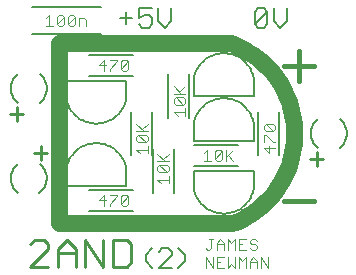
<source format=gto>
G04 Output by ViewMate Deluxe V11.0.9  PentaLogix LLC*
G04 Sun May 11 19:10:48 2014*
%FSLAX33Y33*%
%MOMM*%
%IPPOS*%
%ADD15C,0.0762*%
%ADD16C,0.127*%
%ADD105C,1.397*%
%ADD106C,0.254*%
%ADD107C,0.4064*%
%ADD108C,0.1524*%
%ADD109C,0.1016*%

%LPD*%
X0Y0D2*D15*G1X27308Y13353D2*X27935Y13353D1*X28092Y13195*X28092Y12883*X27935Y12725*X27308Y13353*X27153Y13195*X27153Y12883*X27308Y12725*X27935Y12725*X27153Y11323D2*X28092Y11323D1*X27153Y11791D2*X27153Y12418D1*X27308Y12418*X27935Y11791*X28092Y11791*X27622Y11481D2*X27622Y10853D1*X27153Y11323*X24087Y10688D2*X24559Y10218D1*X23932Y10533D2*X24559Y11161D1*X23932Y11161D2*X23932Y10218D1*X23622Y11003D2*X23467Y11161D1*X23152Y11161*X22995Y11003*X22995Y10376D2*X23152Y10218D1*X23467Y10218*X23622Y10376*X23622Y11003*X22995Y10376*X22995Y11003*X22060Y10846D2*X22372Y11161D1*X22372Y10218*X22060Y10218D2*X22687Y10218D1*X14732Y7193D2*X14732Y7351D1*X14105Y7351*X13797Y6878D2*X13170Y6878D1*X13640Y7351*X13640Y6408*X14105Y6408D2*X14105Y6566D1*X14732Y7193*X15042Y6566D2*X15042Y7193D1*X15197Y7351*X15512Y7351*X15669Y7193*X15042Y6566*X15197Y6408*X15512Y6408*X15669Y6566*X15669Y7193*X18448Y8301D2*X18136Y8616D1*X19075Y8616*X19075Y8928D2*X19075Y8301D1*X18918Y9238D2*X18291Y9238D1*X18136Y9393*X18136Y9708*X18291Y9865*X18918Y9865*X19075Y9708*X19075Y9393*X18918Y9238*X18291Y9865*X19075Y10173D2*X18136Y10173D1*X18606Y10330D2*X19075Y10800D1*X18136Y10800D2*X18763Y10173D1*X16670Y10853D2*X16358Y11168D1*X17297Y11168*X17297Y11481D2*X17297Y10853D1*X17140Y11791D2*X16513Y11791D1*X16358Y11946*X16358Y12261*X16513Y12418*X17140Y12418D2*X17297Y12261D1*X17297Y11946*X17140Y11791*X16513Y12418*X17140Y12418*X16358Y12725D2*X17297Y12725D1*X16985Y12725D2*X16358Y13353D1*X17297Y13353D2*X16828Y12883D1*X19845Y14028D2*X19533Y14343D1*X20472Y14343*X20472Y14656D2*X20472Y14028D1*X20315Y14966D2*X19688Y14966D1*X19533Y15121*X19533Y15436*X19688Y15593*X20315Y15593*X20472Y15436*X20472Y15121*X20315Y14966*X19688Y15593*X20472Y15900D2*X19533Y15900D1*X20002Y16058D2*X20472Y16528D1*X19533Y16528D2*X20160Y15900D1*X15669Y18623D2*X15512Y18781D1*X15197Y18781*X15042Y18623*X15042Y17996*X15197Y17838*X15512Y17838*X15669Y17996*X15669Y18623*X15042Y17996*X13797Y18308D2*X13170Y18308D1*X14105Y18781D2*X14732Y18781D1*X14732Y18623*X14105Y17996*X14105Y17838*X13640Y17838D2*X13640Y18781D1*X13170Y18308*D16*X21209Y7831D2*X21245Y7676D1*X21290Y7526*X21344Y7376*X21407Y7231*X21478Y7092*X21560Y6955*X21648Y6822*X21745Y6698*X21847Y6579*X21958Y6467*X22075Y6360*X22200Y6261*X22329Y6172*X22464Y6088*X22603Y6015*X22748Y5949*X22896Y5893*X23045Y5845*X23200Y5806*X23355Y5778*X23513Y5758*X23670Y5748*X23828Y5748*X23985Y5758*X24143Y5778*X24298Y5806*X24453Y5845*X24602Y5893*X24750Y5949*X24895Y6015*X25034Y6088*X25169Y6172*X25298Y6261*X25423Y6360*X25540Y6467*X25651Y6579*X25753Y6698*X25850Y6822*X25938Y6955*X26020Y7092*X26091Y7231*X26154Y7376*X26208Y7526*X26253Y7676*X26289Y7831*X26289Y9355*X21209Y9355*X21209Y7831*X15494Y9609D2*X15458Y9764D1*X15413Y9914*X15359Y10063*X15296Y10208*X15225Y10348*X15143Y10485*X15055Y10617*X14958Y10742*X14856Y10861*X14745Y10973*X14628Y11079*X14503Y11179*X14374Y11267*X14239Y11351*X14100Y11425*X13955Y11491*X13807Y11547*X13658Y11595*X13503Y11633*X13348Y11661*X13190Y11681*X13033Y11692*X12875Y11692*X12718Y11681*X12560Y11661*X12405Y11633*X12250Y11595*X12101Y11547*X11953Y11491*X11808Y11425*X11669Y11351*X11534Y11267*X11405Y11179*X11280Y11079*X11163Y10973*X11052Y10861*X10950Y10742*X10853Y10617*X10765Y10485*X10683Y10348*X10612Y10208*X10549Y10063*X10495Y9914*X10450Y9764*X10414Y9609*X10414Y8085*X15494Y8085*X15494Y9609*X15494Y15451D2*X15458Y15296D1*X15413Y15146*X15359Y14996*X15296Y14851*X15225Y14712*X15143Y14575*X15055Y14442*X14958Y14318*X14856Y14199*X14745Y14087*X14628Y13980*X14503Y13881*X14374Y13792*X14239Y13708*X14100Y13635*X13955Y13569*X13807Y13513*X13658Y13465*X13503Y13426*X13348Y13398*X13190Y13378*X13033Y13368*X12875Y13368*X12718Y13378*X12560Y13398*X12405Y13426*X12250Y13465*X12101Y13513*X11953Y13569*X11808Y13635*X11669Y13708*X11534Y13792*X11405Y13881*X11280Y13980*X11163Y14087*X11052Y14199*X10950Y14318*X10853Y14442*X10765Y14575*X10683Y14712*X10612Y14851*X10549Y14996*X10495Y15146*X10450Y15296*X10414Y15451*X10414Y16975*X15494Y16975*X15494Y15451*X26289Y17229D2*X26253Y17384D1*X26208Y17534*X26154Y17683*X26091Y17828*X26020Y17968*X25938Y18105*X25850Y18237*X25753Y18362*X25651Y18481*X25540Y18593*X25423Y18699*X25298Y18799*X25169Y18887*X25034Y18971*X24895Y19045*X24750Y19111*X24602Y19167*X24453Y19215*X24298Y19253*X24143Y19281*X23985Y19301*X23828Y19312*X23670Y19312*X23513Y19301*X23355Y19281*X23200Y19253*X23045Y19215*X22896Y19167*X22748Y19111*X22603Y19045*X22464Y18971*X22329Y18887*X22200Y18799*X22075Y18699*X21958Y18593*X21847Y18481*X21745Y18362*X21648Y18237*X21560Y18105*X21478Y17968*X21407Y17828*X21344Y17683*X21290Y17534*X21245Y17384*X21209Y17229*X21209Y15705*X26289Y15705*X26289Y17229*X26289Y13419D2*X26253Y13574D1*X26208Y13724*X26154Y13873*X26091Y14018*X26020Y14158*X25938Y14295*X25850Y14427*X25753Y14552*X25651Y14671*X25540Y14783*X25423Y14889*X25298Y14989*X25169Y15077*X25034Y15161*X24895Y15235*X24750Y15301*X24602Y15357*X24453Y15405*X24298Y15443*X24143Y15471*X23985Y15491*X23828Y15502*X23670Y15502*X23513Y15491*X23355Y15471*X23200Y15443*X23045Y15405*X22896Y15357*X22748Y15301*X22603Y15235*X22464Y15161*X22329Y15077*X22200Y14989*X22075Y14889*X21958Y14783*X21847Y14671*X21745Y14552*X21648Y14427*X21560Y14295*X21478Y14158*X21407Y14018*X21344Y13873*X21290Y13724*X21245Y13574*X21209Y13419*X21209Y11895*X26289Y11895*X26289Y13419*D105*X9779Y4910D2*X24384Y4910D1*X24752Y5052*X25116Y5215*X25469Y5395*X25811Y5593*X26147Y5806*X26469Y6035*X26779Y6281*X27079Y6540*X27366Y6815*X27638Y7102*X27894Y7404*X28138Y7717*X28367Y8042*X28578Y8377*X28771Y8722*X28948Y9075*X29108Y9439*X29251Y9809*X29375Y10185*X29479Y10569*X29566Y10955*X29634Y11346*X29682Y11737*X29710Y12134*X29721Y12530*X29710Y12926*X29682Y13322*X29634Y13713*X29566Y14105*X29479Y14491*X29375Y14874*X29251Y15250*X29108Y15621*X28948Y15984*X28771Y16337*X28578Y16683*X28367Y17018*X28138Y17343*X27894Y17656*X27638Y17958*X27366Y18245*X27079Y18519*X26779Y18778*X26469Y19025*X26147Y19253*X25811Y19467*X25469Y19665*X25116Y19845*X24752Y20008*X24384Y20150*X9779Y20150*X9779Y4910*D106*X31623Y10942D2*X31623Y9799D1*X31052Y10371D2*X32194Y10371D1*X6794Y14181D2*X5652Y14181D1*X6223Y13609D2*X6223Y14752D1*X7684Y10879D2*X8826Y10879D1*X8255Y10307D2*X8255Y11450D1*X7366Y3134D2*X7747Y3515D1*X8509Y3515*X8893Y3134*X8893Y2753*X11229Y2372D2*X9705Y2372D1*X14381Y3515D2*X14381Y1227D1*X15527Y1227*X15908Y1608*X15908Y3134*X15527Y3515*X14381Y3515*X13569Y3515D2*X13569Y1227D1*X12045Y3515*X12045Y1227*X11229Y1227D2*X11229Y2753D1*X10467Y3515*X9705Y2753*X9705Y1227*X8893Y1227D2*X7366Y1227D1*X8893Y2753*D107*X28829Y18245D2*X31369Y18245D1*X30099Y16975D2*X30099Y19515D1*X31369Y6815D2*X28829Y6815D1*D108*X31725Y11311D2*X31633Y11384D1*X31547Y11466*X31468Y11554*X31397Y11646*X31333Y11745*X31275Y11849*X31227Y11956*X31186Y12065*X31156Y12179*X31133Y12296*X31120Y12413*X31115Y12530*X33574Y13734D2*X33663Y13658D1*X33746Y13579*X33823Y13490*X33891Y13398*X33952Y13302*X34008Y13200*X34054Y13094*X34094Y12984*X34125Y12873*X34145Y12761*X34158Y12644*X34163Y12530*X33574Y11326D2*X33663Y11402D1*X33746Y11481*X33823Y11570*X33891Y11661*X33952Y11758*X34008Y11859*X34054Y11966*X34094Y12075*X34125Y12187*X34145Y12299*X34158Y12416*X34163Y12530*X31753Y13769D2*X31659Y13696D1*X31570Y13614*X31486Y13526*X31410Y13432*X31344Y13332*X31285Y13228*X31232Y13117*X31191Y13005*X31158Y12888*X31135Y12771*X31120Y12649*X31115Y12530*X6304Y7516D2*X6215Y7592D1*X6132Y7671*X6055Y7760*X5987Y7851*X5926Y7948*X5870Y8049*X5824Y8156*X5784Y8265*X5753Y8377*X5733Y8489*X5720Y8606*X5715Y8720*X8153Y9939D2*X8245Y9865D1*X8331Y9784*X8410Y9695*X8481Y9604*X8545Y9505*X8603Y9401*X8651Y9294*X8692Y9185*X8722Y9070*X8745Y8954*X8758Y8837*X8763Y8720*X8125Y7480D2*X8219Y7554D1*X8308Y7635*X8392Y7724*X8468Y7818*X8534Y7917*X8593Y8021*X8646Y8133*X8687Y8245*X8720Y8362*X8743Y8479*X8758Y8600*X8763Y8720*X6304Y9924D2*X6215Y9848D1*X6132Y9769*X6055Y9680*X5987Y9588*X5926Y9492*X5870Y9390*X5824Y9284*X5784Y9174*X5753Y9063*X5733Y8951*X5720Y8834*X5715Y8720*X19334Y1176D2*X18250Y1176D1*X19886Y1176D2*X20429Y1720D1*X20429Y2261*X19886Y2804*X18250Y2532D2*X18519Y2804D1*X19063Y2804*X19334Y2532*X19334Y2261*X18250Y1176*X17701Y1176D2*X17158Y1720D1*X17158Y2261*X17701Y2804*X12382Y5926D2*X16066Y5926D1*X16066Y7704D2*X12382Y7704D1*X17780Y7513D2*X17780Y11196D1*X19558Y11196D2*X19558Y7513D1*X24956Y9736D2*X21272Y9736D1*X28448Y14371D2*X28448Y10688D1*X26670Y10688D2*X26670Y14371D1*X21272Y11514D2*X24956Y11514D1*X17653Y10688D2*X17653Y14371D1*X15875Y14371D2*X15875Y10688D1*X8174Y17544D2*X8263Y17468D1*X8346Y17389*X8423Y17300*X8491Y17208*X8552Y17112*X8608Y17010*X8654Y16904*X8694Y16794*X8725Y16683*X8745Y16571*X8758Y16454*X8763Y16340*X6325Y15121D2*X6233Y15194D1*X6147Y15276*X6068Y15364*X5997Y15456*X5933Y15555*X5875Y15659*X5827Y15766*X5786Y15875*X5756Y15989*X5733Y16106*X5720Y16223*X5715Y16340*X6353Y17579D2*X6259Y17506D1*X6170Y17424*X6086Y17336*X6010Y17242*X5944Y17142*X5885Y17038*X5832Y16927*X5791Y16815*X5758Y16698*X5735Y16581*X5720Y16459*X5715Y16340*X8174Y15136D2*X8263Y15212D1*X8346Y15291*X8423Y15380*X8491Y15471*X8552Y15568*X8608Y15669*X8654Y15776*X8694Y15885*X8725Y15997*X8745Y16109*X8758Y16226*X8763Y16340*X15479Y22852D2*X15479Y21768D1*X19294Y23124D2*X19294Y22040D1*X18753Y21496*X18209Y22040*X18209Y23124*X17658Y23124D2*X16574Y23124D1*X16574Y22311*X16574Y21768D2*X16843Y21496D1*X17386Y21496*X17658Y21768*X17658Y22311*X17386Y22581*X17115Y22581*X16574Y22311*X14935Y22311D2*X16020Y22311D1*X7493Y23198D2*X13335Y23198D1*X13335Y20912D2*X7493Y20912D1*X12382Y19134D2*X16066Y19134D1*X16066Y17356D2*X12382Y17356D1*X19050Y13863D2*X19050Y17546D1*X20828Y17546D2*X20828Y13863D1*X27450Y22852D2*X27178Y23124D1*X26637Y23124*X26365Y22852*X26365Y21768*X27450Y21768D2*X27450Y22852D1*X26365Y21768*X26637Y21496*X27178Y21496*X27450Y21768*X28545Y21496D2*X28004Y22040D1*X28004Y23124*X29088Y23124D2*X29088Y22040D1*X28545Y21496*D109*X8687Y22273D2*X8992Y22578D1*X8992Y21661*X9296Y21661D2*X8687Y21661D1*X9622Y21814D2*X9622Y22426D1*X9774Y22578*X10079Y22578*X10234Y22426*X10234Y21814*X10079Y21661*X9774Y21661*X9622Y21814*X10234Y22426*X11168Y22426D2*X11016Y22578D1*X10711Y22578*X10559Y22426*X10559Y21814*X11168Y21814D2*X11168Y22426D1*X10559Y21814*X10711Y21661*X11016Y21661*X11168Y21814*X11494Y21661D2*X11494Y22273D1*X11951Y22273*X12103Y22118*X12103Y21661*X26411Y3592D2*X26563Y3439D1*X22212Y2068D2*X22212Y1151D1*X23147Y2068D2*X23759Y2068D1*X23452Y1608D2*X23147Y1608D1*X24084Y2068D2*X24084Y1151D1*X25019Y1151D2*X25019Y2068D1*X26563Y1608D2*X25954Y1608D1*X27501Y2068D2*X27501Y1151D1*X26891Y2068*X26891Y1151*X26563Y1151D2*X26563Y1763D1*X26259Y2068*X25954Y1763*X25954Y1151*X25629Y1151D2*X25629Y2068D1*X25324Y1763*X25019Y2068*X24694Y2068D2*X24694Y1151D1*X24389Y1455*X24084Y1151*X23759Y1151D2*X23147Y1151D1*X23147Y2068*X22822Y2068D2*X22822Y1151D1*X22212Y2068*X22212Y2827D2*X22365Y2675D1*X22517Y2675*X22670Y2827*X22670Y3592*X22822Y3592D2*X22517Y3592D1*X23147Y3132D2*X23759Y3132D1*X23147Y2675D2*X23147Y3287D1*X23452Y3592*X23759Y3287*X23759Y2675*X24084Y2675D2*X24084Y3592D1*X24389Y3287*X24694Y3592*X24694Y2675*X25324Y3132D2*X25019Y3132D1*X25629Y3592D2*X25019Y3592D1*X25019Y2675*X25629Y2675*X25954Y2827D2*X26106Y2675D1*X26411Y2675*X26563Y2827*X26563Y2979*X26411Y3132*X26106Y3132*X25954Y3287*X25954Y3439*X26106Y3592*X26411Y3592*X0Y0D2*M02*
</source>
